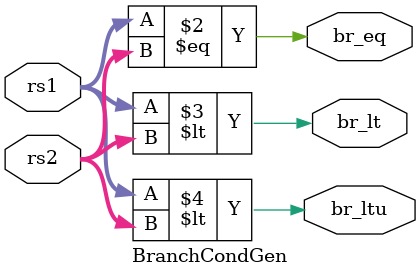
<source format=sv>
`timescale 1ns / 1ps


module BranchCondGen(
    input [31:0] rs1,
    input [31:0] rs2,
    output logic br_eq,
    output logic br_lt,
    output logic br_ltu
    );
    
    always_comb 
    begin
    br_eq = rs1 == rs2;
    br_lt = $signed(rs1) < $signed(rs2);
    br_ltu = rs1 < rs2;
    end
endmodule

</source>
